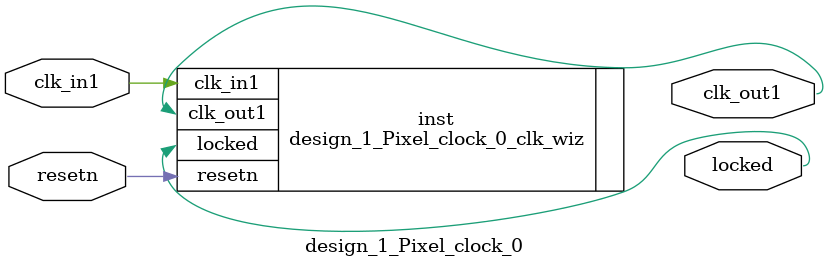
<source format=v>


`timescale 1ps/1ps

(* CORE_GENERATION_INFO = "design_1_Pixel_clock_0,clk_wiz_v6_0_15_0_0,{component_name=design_1_Pixel_clock_0,use_phase_alignment=true,use_min_o_jitter=false,use_max_i_jitter=false,use_dyn_phase_shift=false,use_inclk_switchover=false,use_dyn_reconfig=false,enable_axi=0,feedback_source=FDBK_AUTO,PRIMITIVE=MMCM,num_out_clk=1,clkin1_period=10.000,clkin2_period=10.000,use_power_down=false,use_reset=true,use_locked=true,use_inclk_stopped=false,feedback_type=SINGLE,CLOCK_MGR_TYPE=NA,manual_override=false}" *)

module design_1_Pixel_clock_0 
 (
  // Clock out ports
  output        clk_out1,
  // Status and control signals
  input         resetn,
  output        locked,
 // Clock in ports
  input         clk_in1
 );

  design_1_Pixel_clock_0_clk_wiz inst
  (
  // Clock out ports  
  .clk_out1(clk_out1),
  // Status and control signals               
  .resetn(resetn), 
  .locked(locked),
 // Clock in ports
  .clk_in1(clk_in1)
  );

endmodule

</source>
